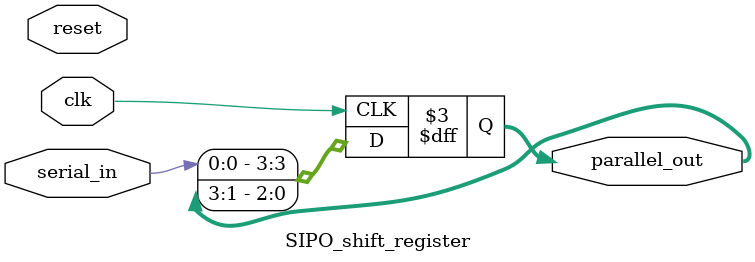
<source format=v>
`timescale 1ns / 1ps

module SIPO_shift_register #(parameter N = 4)
    (
    input clk, 
    input reset,
    input serial_in,
    output reg [N-1:0] parallel_out 
    );
    
integer i;
   
always @(posedge clk) begin
    parallel_out [N-1] <= serial_in;
    for (i=N-1;i>0;i=i-1) begin
        parallel_out[i-1] <= parallel_out[i];
    end
end

endmodule

</source>
